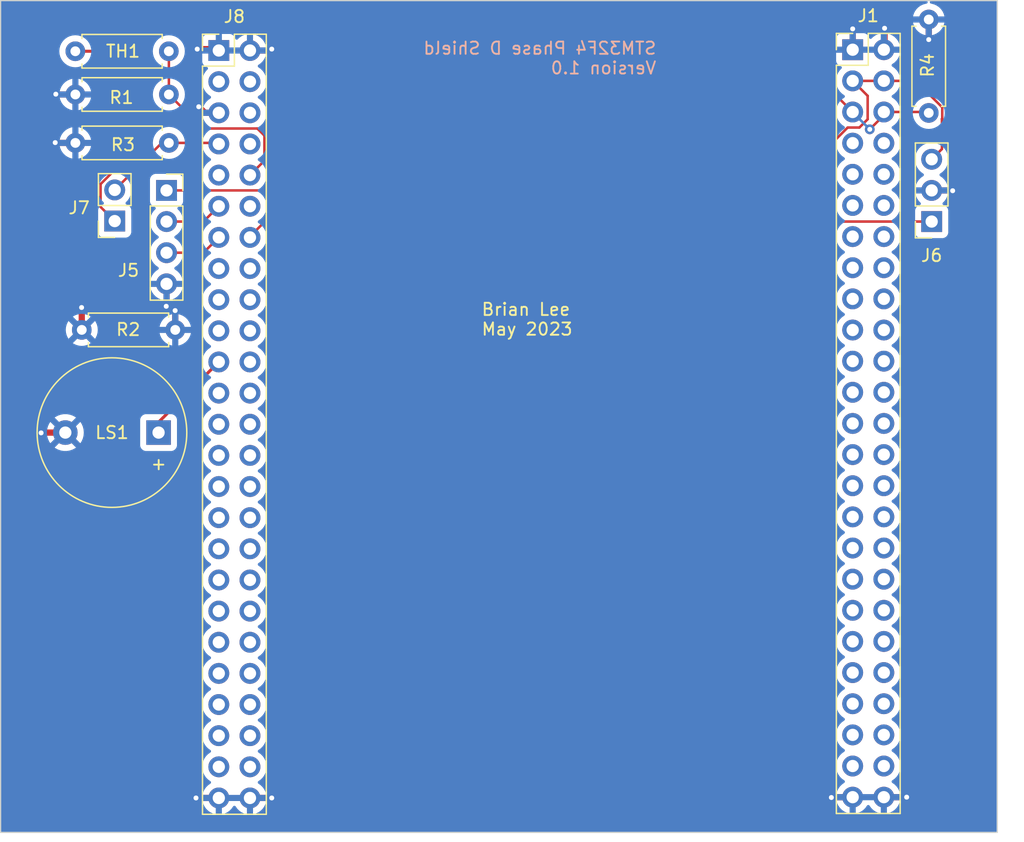
<source format=kicad_pcb>
(kicad_pcb (version 20221018) (generator pcbnew)
  (layers (0 "F.Cu" signal) (31 "B.Cu" signal) (34 "B.Paste" user) (35 "F.Paste" user) (36 "B.SilkS" user "B.Silkscreen") (37 "F.SilkS" user "F.Silkscreen") (38 "B.Mask" user) (39 "F.Mask" user) (44 "Edge.Cuts" user))
  (net 0 "")
  (net 1 "GND")
  (net 2 "P_Sen")
  (net 3 "Echo")
  (net 4 "Trig")
  (net 7 "Buzz")
  (net 22 "+5V")
  (net 23 "+3.3V")
  (net 24 "IR")
  (net 25 "Therm")
  (net 63 "unconnected-(J8-Pin_19-Pad19)")
  (footprint "Connector_PinSocket_2.54mm:PinSocket_1x03_P2.54mm_Vertical" (layer "F.Cu") (at 199.44 81.04 180)
    (fp_text reference "J6" (at 0 -2.77) (layer "F.SilkS"))
    (fp_text value "Conn_01x03_Socket")
    (fp_line (start -1.33 1.27) (end -1.33 6.41) (stroke (width 0.12)) (layer "F.SilkS"))
    (fp_line (start -1.33 1.27) (end 1.33 1.27) (stroke (width 0.12)) (layer "F.SilkS"))
    (fp_line (start -1.33 6.41) (end 1.33 6.41) (stroke (width 0.12)) (layer "F.SilkS"))
    (fp_line (start 0 -1.33) (end 1.33 -1.33) (stroke (width 0.12)) (layer "F.SilkS"))
    (fp_line (start 1.33 -1.33) (end 1.33 0) (stroke (width 0.12)) (layer "F.SilkS"))
    (fp_line (start 1.33 1.27) (end 1.33 6.41) (stroke (width 0.12)) (layer "F.SilkS"))
    (pad "1" thru_hole rect (at 0 0 180) (size 1.7 1.7) (drill 1) (layers "*.Cu" "*.Mask") (net 24 "IR"))
    (pad "2" thru_hole oval (at 0 2.54 180) (size 1.7 1.7) (drill 1) (layers "*.Cu" "*.Mask") (net 1 "GND"))
    (pad "3" thru_hole oval (at 0 5.08 180) (size 1.7 1.7) (drill 1) (layers "*.Cu" "*.Mask") (net 22 "+5V"))
  )
  (footprint "Resistor_THT:R_Axial_DIN0207_L6.3mm_D2.5mm_P7.62mm_Horizontal" (layer "F.Cu") (at 199.2 72.18 90)
    (fp_text reference "R4" (at 3.88 -0.1 90) (layer "F.SilkS"))
    (fp_text value "330")
    (fp_line (start 0.54 -1.37) (end 7.08 -1.37) (stroke (width 0.12)) (layer "F.SilkS"))
    (fp_line (start 0.54 -1.04) (end 0.54 -1.37) (stroke (width 0.12)) (layer "F.SilkS"))
    (fp_line (start 0.54 1.04) (end 0.54 1.37) (stroke (width 0.12)) (layer "F.SilkS"))
    (fp_line (start 0.54 1.37) (end 7.08 1.37) (stroke (width 0.12)) (layer "F.SilkS"))
    (fp_line (start 7.08 -1.37) (end 7.08 -1.04) (stroke (width 0.12)) (layer "F.SilkS"))
    (fp_line (start 7.08 1.37) (end 7.08 1.04) (stroke (width 0.12)) (layer "F.SilkS"))
    (pad "1" thru_hole circle (at 0 0 90) (size 1.6 1.6) (drill 0.8) (layers "*.Cu" "*.Mask") (net 23 "+3.3V"))
    (pad "2" thru_hole oval (at 7.62 0 90) (size 1.6 1.6) (drill 0.8) (layers "*.Cu" "*.Mask") (net 1 "GND"))
  )
  (footprint "Resistor_THT:R_Axial_DIN0207_L6.3mm_D2.5mm_P7.62mm_Horizontal" (layer "F.Cu") (at 129.64 67.15)
    (fp_text reference "TH1" (at 3.885 0) (layer "F.SilkS"))
    (fp_text value "Thermistor")
    (fp_line (start 0.54 -1.37) (end 7.08 -1.37) (stroke (width 0.12)) (layer "F.SilkS"))
    (fp_line (start 0.54 -1.04) (end 0.54 -1.37) (stroke (width 0.12)) (layer "F.SilkS"))
    (fp_line (start 0.54 1.04) (end 0.54 1.37) (stroke (width 0.12)) (layer "F.SilkS"))
    (fp_line (start 0.54 1.37) (end 7.08 1.37) (stroke (width 0.12)) (layer "F.SilkS"))
    (fp_line (start 7.08 -1.37) (end 7.08 -1.04) (stroke (width 0.12)) (layer "F.SilkS"))
    (fp_line (start 7.08 1.37) (end 7.08 1.04) (stroke (width 0.12)) (layer "F.SilkS"))
    (pad "1" thru_hole circle (at 0 0) (size 1.6 1.6) (drill 0.8) (layers "*.Cu" "*.Mask") (net 23 "+3.3V"))
    (pad "2" thru_hole oval (at 7.62 0) (size 1.6 1.6) (drill 0.8) (layers "*.Cu" "*.Mask") (net 25 "Therm"))
  )
  (footprint "Resistor_THT:R_Axial_DIN0207_L6.3mm_D2.5mm_P7.62mm_Horizontal" (layer "F.Cu") (at 130.165 89.875)
    (fp_text reference "R2" (at 3.785 -0.025) (layer "F.SilkS"))
    (fp_text value "10k")
    (fp_line (start 0.54 -1.37) (end 7.08 -1.37) (stroke (width 0.12)) (layer "F.SilkS"))
    (fp_line (start 0.54 -1.04) (end 0.54 -1.37) (stroke (width 0.12)) (layer "F.SilkS"))
    (fp_line (start 0.54 1.04) (end 0.54 1.37) (stroke (width 0.12)) (layer "F.SilkS"))
    (fp_line (start 0.54 1.37) (end 7.08 1.37) (stroke (width 0.12)) (layer "F.SilkS"))
    (fp_line (start 7.08 -1.37) (end 7.08 -1.04) (stroke (width 0.12)) (layer "F.SilkS"))
    (fp_line (start 7.08 1.37) (end 7.08 1.04) (stroke (width 0.12)) (layer "F.SilkS"))
    (pad "1" thru_hole circle (at 0 0) (size 1.6 1.6) (drill 0.8) (layers "*.Cu" "*.Mask") (net 1 "GND"))
    (pad "2" thru_hole oval (at 7.62 0) (size 1.6 1.6) (drill 0.8) (layers "*.Cu" "*.Mask") (net 1 "GND"))
  )
  (footprint "Connector_PinSocket_2.54mm:PinSocket_1x02_P2.54mm_Vertical" (layer "F.Cu") (at 132.85 81 180)
    (fp_text reference "J7" (at 2.9 1.075) (layer "F.SilkS"))
    (fp_text value "Conn_01x02_Socket")
    (fp_line (start -1.33 1.27) (end -1.33 3.87) (stroke (width 0.12)) (layer "F.SilkS"))
    (fp_line (start -1.33 1.27) (end 1.33 1.27) (stroke (width 0.12)) (layer "F.SilkS"))
    (fp_line (start -1.33 3.87) (end 1.33 3.87) (stroke (width 0.12)) (layer "F.SilkS"))
    (fp_line (start 0 -1.33) (end 1.33 -1.33) (stroke (width 0.12)) (layer "F.SilkS"))
    (fp_line (start 1.33 -1.33) (end 1.33 0) (stroke (width 0.12)) (layer "F.SilkS"))
    (fp_line (start 1.33 1.27) (end 1.33 3.87) (stroke (width 0.12)) (layer "F.SilkS"))
    (pad "1" thru_hole rect (at 0 0 180) (size 1.7 1.7) (drill 1) (layers "*.Cu" "*.Mask") (net 23 "+3.3V"))
    (pad "2" thru_hole oval (at 0 2.54 180) (size 1.7 1.7) (drill 1) (layers "*.Cu" "*.Mask") (net 2 "P_Sen"))
  )
  (footprint "Resistor_THT:R_Axial_DIN0207_L6.3mm_D2.5mm_P7.62mm_Horizontal" (layer "F.Cu") (at 137.265 74.625 180)
    (fp_text reference "R3" (at 3.74 -0.15 180) (layer "F.SilkS"))
    (fp_text value "10k")
    (fp_line (start 0.54 -1.37) (end 7.08 -1.37) (stroke (width 0.12)) (layer "F.SilkS"))
    (fp_line (start 0.54 -1.04) (end 0.54 -1.37) (stroke (width 0.12)) (layer "F.SilkS"))
    (fp_line (start 0.54 1.04) (end 0.54 1.37) (stroke (width 0.12)) (layer "F.SilkS"))
    (fp_line (start 0.54 1.37) (end 7.08 1.37) (stroke (width 0.12)) (layer "F.SilkS"))
    (fp_line (start 7.08 -1.37) (end 7.08 -1.04) (stroke (width 0.12)) (layer "F.SilkS"))
    (fp_line (start 7.08 1.37) (end 7.08 1.04) (stroke (width 0.12)) (layer "F.SilkS"))
    (pad "1" thru_hole circle (at 0 0 180) (size 1.6 1.6) (drill 0.8) (layers "*.Cu" "*.Mask") (net 2 "P_Sen"))
    (pad "2" thru_hole oval (at 7.62 0 180) (size 1.6 1.6) (drill 0.8) (layers "*.Cu" "*.Mask") (net 1 "GND"))
  )
  (footprint "Connector_PinSocket_2.54mm:PinSocket_2x25_P2.54mm_Vertical" (layer "F.Cu") (at 198.08 67.025)
    (fp_text reference "J1" (at -3.81 -2.77) (layer "F.SilkS"))
    (fp_text value "Conn_02x25_Odd_Even")
    (fp_line (start -6.41 -1.33) (end -6.41 0) (stroke (width 0.12)) (layer "F.SilkS"))
    (fp_line (start -6.41 1.27) (end -6.41 62.29) (stroke (width 0.12)) (layer "F.SilkS"))
    (fp_line (start -5.08 -1.33) (end -6.41 -1.33) (stroke (width 0.12)) (layer "F.SilkS"))
    (fp_line (start -3.81 -1.33) (end -3.81 1.27) (stroke (width 0.12)) (layer "F.SilkS"))
    (fp_line (start -3.81 1.27) (end -6.41 1.27) (stroke (width 0.12)) (layer "F.SilkS"))
    (fp_line (start -1.21 -1.33) (end -3.81 -1.33) (stroke (width 0.12)) (layer "F.SilkS"))
    (fp_line (start -1.21 -1.33) (end -1.21 62.29) (stroke (width 0.12)) (layer "F.SilkS"))
    (fp_line (start -1.21 62.29) (end -6.41 62.29) (stroke (width 0.12)) (layer "F.SilkS"))
    (pad "1" thru_hole rect (at -5.08 0) (size 1.7 1.7) (drill 1) (layers "*.Cu" "*.Mask") (net 1 "GND"))
    (pad "2" thru_hole oval (at -2.54 0) (size 1.7 1.7) (drill 1) (layers "*.Cu" "*.Mask") (net 1 "GND"))
    (pad "3" thru_hole oval (at -5.08 2.54) (size 1.7 1.7) (drill 1) (layers "*.Cu" "*.Mask") (net 22 "+5V"))
    (pad "4" thru_hole oval (at -2.54 2.54) (size 1.7 1.7) (drill 1) (layers "*.Cu" "*.Mask") (net 22 "+5V"))
    (pad "5" thru_hole oval (at -5.08 5.08) (size 1.7 1.7) (drill 1) (layers "*.Cu" "*.Mask") (net 23 "+3.3V"))
    (pad "6" thru_hole oval (at -2.54 5.08) (size 1.7 1.7) (drill 1) (layers "*.Cu" "*.Mask") (net 23 "+3.3V"))
    (pad "7" thru_hole oval (at -5.08 7.62) (size 1.7 1.7) (drill 1) (layers "*.Cu" "*.Mask"))
    (pad "8" thru_hole oval (at -2.54 7.62) (size 1.7 1.7) (drill 1) (layers "*.Cu" "*.Mask"))
    (pad "9" thru_hole oval (at -5.08 10.16) (size 1.7 1.7) (drill 1) (layers "*.Cu" "*.Mask"))
    (pad "10" thru_hole oval (at -2.54 10.16) (size 1.7 1.7) (drill 1) (layers "*.Cu" "*.Mask"))
    (pad "11" thru_hole oval (at -5.08 12.7) (size 1.7 1.7) (drill 1) (layers "*.Cu" "*.Mask"))
    (pad "12" thru_hole oval (at -2.54 12.7) (size 1.7 1.7) (drill 1) (layers "*.Cu" "*.Mask"))
    (pad "13" thru_hole oval (at -5.08 15.24) (size 1.7 1.7) (drill 1) (layers "*.Cu" "*.Mask"))
    (pad "14" thru_hole oval (at -2.54 15.24) (size 1.7 1.7) (drill 1) (layers "*.Cu" "*.Mask"))
    (pad "15" thru_hole oval (at -5.08 17.78) (size 1.7 1.7) (drill 1) (layers "*.Cu" "*.Mask"))
    (pad "16" thru_hole oval (at -2.54 17.78) (size 1.7 1.7) (drill 1) (layers "*.Cu" "*.Mask"))
    (pad "17" thru_hole oval (at -5.08 20.32) (size 1.7 1.7) (drill 1) (layers "*.Cu" "*.Mask"))
    (pad "18" thru_hole oval (at -2.54 20.32) (size 1.7 1.7) (drill 1) (layers "*.Cu" "*.Mask"))
    (pad "19" thru_hole oval (at -5.08 22.86) (size 1.7 1.7) (drill 1) (layers "*.Cu" "*.Mask"))
    (pad "20" thru_hole oval (at -2.54 22.86) (size 1.7 1.7) (drill 1) (layers "*.Cu" "*.Mask"))
    (pad "21" thru_hole oval (at -5.08 25.4) (size 1.7 1.7) (drill 1) (layers "*.Cu" "*.Mask"))
    (pad "22" thru_hole oval (at -2.54 25.4) (size 1.7 1.7) (drill 1) (layers "*.Cu" "*.Mask"))
    (pad "23" thru_hole oval (at -5.08 27.94) (size 1.7 1.7) (drill 1) (layers "*.Cu" "*.Mask"))
    (pad "24" thru_hole oval (at -2.54 27.94) (size 1.7 1.7) (drill 1) (layers "*.Cu" "*.Mask"))
    (pad "25" thru_hole oval (at -5.08 30.48) (size 1.7 1.7) (drill 1) (layers "*.Cu" "*.Mask"))
    (pad "26" thru_hole oval (at -2.54 30.48) (size 1.7 1.7) (drill 1) (layers "*.Cu" "*.Mask"))
    (pad "27" thru_hole oval (at -5.08 33.02) (size 1.7 1.7) (drill 1) (layers "*.Cu" "*.Mask"))
    (pad "28" thru_hole oval (at -2.54 33.02) (size 1.7 1.7) (drill 1) (layers "*.Cu" "*.Mask"))
    (pad "29" thru_hole oval (at -5.08 35.56) (size 1.7 1.7) (drill 1) (layers "*.Cu" "*.Mask"))
    (pad "30" thru_hole oval (at -2.54 35.56) (size 1.7 1.7) (drill 1) (layers "*.Cu" "*.Mask"))
    (pad "31" thru_hole oval (at -5.08 38.1) (size 1.7 1.7) (drill 1) (layers "*.Cu" "*.Mask"))
    (pad "32" thru_hole oval (at -2.54 38.1) (size 1.7 1.7) (drill 1) (layers "*.Cu" "*.Mask"))
    (pad "33" thru_hole oval (at -5.08 40.64) (size 1.7 1.7) (drill 1) (layers "*.Cu" "*.Mask"))
    (pad "34" thru_hole oval (at -2.54 40.64) (size 1.7 1.7) (drill 1) (layers "*.Cu" "*.Mask"))
    (pad "35" thru_hole oval (at -5.08 43.18) (size 1.7 1.7) (drill 1) (layers "*.Cu" "*.Mask"))
    (pad "36" thru_hole oval (at -2.54 43.18) (size 1.7 1.7) (drill 1) (layers "*.Cu" "*.Mask"))
    (pad "37" thru_hole oval (at -5.08 45.72) (size 1.7 1.7) (drill 1) (layers "*.Cu" "*.Mask"))
    (pad "38" thru_hole oval (at -2.54 45.72) (size 1.7 1.7) (drill 1) (layers "*.Cu" "*.Mask"))
    (pad "39" thru_hole oval (at -5.08 48.26) (size 1.7 1.7) (drill 1) (layers "*.Cu" "*.Mask"))
    (pad "40" thru_hole oval (at -2.54 48.26) (size 1.7 1.7) (drill 1) (layers "*.Cu" "*.Mask"))
    (pad "41" thru_hole oval (at -5.08 50.8) (size 1.7 1.7) (drill 1) (layers "*.Cu" "*.Mask"))
    (pad "42" thru_hole oval (at -2.54 50.8) (size 1.7 1.7) (drill 1) (layers "*.Cu" "*.Mask"))
    (pad "43" thru_hole oval (at -5.08 53.34) (size 1.7 1.7) (drill 1) (layers "*.Cu" "*.Mask"))
    (pad "44" thru_hole oval (at -2.54 53.34) (size 1.7 1.7) (drill 1) (layers "*.Cu" "*.Mask"))
    (pad "45" thru_hole oval (at -5.08 55.88) (size 1.7 1.7) (drill 1) (layers "*.Cu" "*.Mask"))
    (pad "46" thru_hole oval (at -2.54 55.88) (size 1.7 1.7) (drill 1) (layers "*.Cu" "*.Mask"))
    (pad "47" thru_hole oval (at -5.08 58.42) (size 1.7 1.7) (drill 1) (layers "*.Cu" "*.Mask"))
    (pad "48" thru_hole oval (at -2.54 58.42) (size 1.7 1.7) (drill 1) (layers "*.Cu" "*.Mask"))
    (pad "49" thru_hole oval (at -5.08 60.96) (size 1.7 1.7) (drill 1) (layers "*.Cu" "*.Mask") (net 1 "GND"))
    (pad "50" thru_hole oval (at -2.54 60.96) (size 1.7 1.7) (drill 1) (layers "*.Cu" "*.Mask") (net 1 "GND"))
  )
  (footprint "Resistor_THT:R_Axial_DIN0207_L6.3mm_D2.5mm_P7.62mm_Horizontal" (layer "F.Cu") (at 137.265 70.675 180)
    (fp_text reference "R1" (at 3.865 -0.25 180) (layer "F.SilkS"))
    (fp_text value "10k")
    (fp_line (start 0.54 -1.37) (end 7.08 -1.37) (stroke (width 0.12)) (layer "F.SilkS"))
    (fp_line (start 0.54 -1.04) (end 0.54 -1.37) (stroke (width 0.12)) (layer "F.SilkS"))
    (fp_line (start 0.54 1.04) (end 0.54 1.37) (stroke (width 0.12)) (layer "F.SilkS"))
    (fp_line (start 0.54 1.37) (end 7.08 1.37) (stroke (width 0.12)) (layer "F.SilkS"))
    (fp_line (start 7.08 -1.37) (end 7.08 -1.04) (stroke (width 0.12)) (layer "F.SilkS"))
    (fp_line (start 7.08 1.37) (end 7.08 1.04) (stroke (width 0.12)) (layer "F.SilkS"))
    (pad "1" thru_hole circle (at 0 0 180) (size 1.6 1.6) (drill 0.8) (layers "*.Cu" "*.Mask") (net 25 "Therm"))
    (pad "2" thru_hole oval (at 7.62 0 180) (size 1.6 1.6) (drill 0.8) (layers "*.Cu" "*.Mask") (net 1 "GND"))
  )
  (footprint "Connector_PinSocket_2.54mm:PinSocket_2x25_P2.54mm_Vertical" (layer "F.Cu") (at 146.415 67.09)
    (fp_text reference "J8" (at -3.81 -2.77) (layer "F.SilkS"))
    (fp_text value "Conn_02x25_Odd_Even")
    (fp_line (start -6.41 -1.33) (end -6.41 0) (stroke (width 0.12)) (layer "F.SilkS"))
    (fp_line (start -6.41 1.27) (end -6.41 62.29) (stroke (width 0.12)) (layer "F.SilkS"))
    (fp_line (start -5.08 -1.33) (end -6.41 -1.33) (stroke (width 0.12)) (layer "F.SilkS"))
    (fp_line (start -3.81 -1.33) (end -3.81 1.27) (stroke (width 0.12)) (layer "F.SilkS"))
    (fp_line (start -3.81 1.27) (end -6.41 1.27) (stroke (width 0.12)) (layer "F.SilkS"))
    (fp_line (start -1.21 -1.33) (end -3.81 -1.33) (stroke (width 0.12)) (layer "F.SilkS"))
    (fp_line (start -1.21 -1.33) (end -1.21 62.29) (stroke (width 0.12)) (layer "F.SilkS"))
    (fp_line (start -1.21 62.29) (end -6.41 62.29) (stroke (width 0.12)) (layer "F.SilkS"))
    (pad "1" thru_hole rect (at -5.08 0) (size 1.7 1.7) (drill 1) (layers "*.Cu" "*.Mask") (net 1 "GND"))
    (pad "2" thru_hole oval (at -2.54 0) (size 1.7 1.7) (drill 1) (layers "*.Cu" "*.Mask") (net 1 "GND"))
    (pad "3" thru_hole oval (at -5.08 2.54) (size 1.7 1.7) (drill 1) (layers "*.Cu" "*.Mask"))
    (pad "4" thru_hole oval (at -2.54 2.54) (size 1.7 1.7) (drill 1) (layers "*.Cu" "*.Mask"))
    (pad "5" thru_hole oval (at -5.08 5.08) (size 1.7 1.7) (drill 1) (layers "*.Cu" "*.Mask") (net 1 "GND"))
    (pad "6" thru_hole oval (at -2.54 5.08) (size 1.7 1.7) (drill 1) (layers "*.Cu" "*.Mask"))
    (pad "7" thru_hole oval (at -5.08 7.62) (size 1.7 1.7) (drill 1) (layers "*.Cu" "*.Mask") (net 2 "P_Sen"))
    (pad "8" thru_hole oval (at -2.54 7.62) (size 1.7 1.7) (drill 1) (layers "*.Cu" "*.Mask"))
    (pad "9" thru_hole oval (at -5.08 10.16) (size 1.7 1.7) (drill 1) (layers "*.Cu" "*.Mask"))
    (pad "10" thru_hole oval (at -2.54 10.16) (size 1.7 1.7) (drill 1) (layers "*.Cu" "*.Mask") (net 25 "Therm"))
    (pad "11" thru_hole oval (at -5.08 12.7) (size 1.7 1.7) (drill 1) (layers "*.Cu" "*.Mask") (net 3 "Echo"))
    (pad "12" thru_hole oval (at -2.54 12.7) (size 1.7 1.7) (drill 1) (layers "*.Cu" "*.Mask"))
    (pad "13" thru_hole oval (at -5.08 15.24) (size 1.7 1.7) (drill 1) (layers "*.Cu" "*.Mask") (net 4 "Trig"))
    (pad "14" thru_hole oval (at -2.54 15.24) (size 1.7 1.7) (drill 1) (layers "*.Cu" "*.Mask") (net 24 "IR"))
    (pad "15" thru_hole oval (at -5.08 17.78) (size 1.7 1.7) (drill 1) (layers "*.Cu" "*.Mask"))
    (pad "16" thru_hole oval (at -2.54 17.78) (size 1.7 1.7) (drill 1) (layers "*.Cu" "*.Mask"))
    (pad "17" thru_hole oval (at -5.08 20.32) (size 1.7 1.7) (drill 1) (layers "*.Cu" "*.Mask"))
    (pad "18" thru_hole oval (at -2.54 20.32) (size 1.7 1.7) (drill 1) (layers "*.Cu" "*.Mask"))
    (pad "19" thru_hole oval (at -5.08 22.86) (size 1.7 1.7) (drill 1) (layers "*.Cu" "*.Mask") (net 63 "unconnected-(J8-Pin_19-Pad19)"))
    (pad "20" thru_hole oval (at -2.54 22.86) (size 1.7 1.7) (drill 1) (layers "*.Cu" "*.Mask"))
    (pad "21" thru_hole oval (at -5.08 25.4) (size 1.7 1.7) (drill 1) (layers "*.Cu" "*.Mask") (net 7 "Buzz"))
    (pad "22" thru_hole oval (at -2.54 25.4) (size 1.7 1.7) (drill 1) (layers "*.Cu" "*.Mask"))
    (pad "23" thru_hole oval (at -5.08 27.94) (size 1.7 1.7) (drill 1) (layers "*.Cu" "*.Mask"))
    (pad "24" thru_hole oval (at -2.54 27.94) (size 1.7 1.7) (drill 1) (layers "*.Cu" "*.Mask"))
    (pad "25" thru_hole oval (at -5.08 30.48) (size 1.7 1.7) (drill 1) (layers "*.Cu" "*.Mask"))
    (pad "26" thru_hole oval (at -2.54 30.48) (size 1.7 1.7) (drill 1) (layers "*.Cu" "*.Mask"))
    (pad "27" thru_hole oval (at -5.08 33.02) (size 1.7 1.7) (drill 1) (layers "*.Cu" "*.Mask"))
    (pad "28" thru_hole oval (at -2.54 33.02) (size 1.7 1.7) (drill 1) (layers "*.Cu" "*.Mask"))
    (pad "29" thru_hole oval (at -5.08 35.56) (size 1.7 1.7) (drill 1) (layers "*.Cu" "*.Mask"))
    (pad "30" thru_hole oval (at -2.54 35.56) (size 1.7 1.7) (drill 1) (layers "*.Cu" "*.Mask"))
    (pad "31" thru_hole oval (at -5.08 38.1) (size 1.7 1.7) (drill 1) (layers "*.Cu" "*.Mask"))
    (pad "32" thru_hole oval (at -2.54 38.1) (size 1.7 1.7) (drill 1) (layers "*.Cu" "*.Mask"))
    (pad "33" thru_hole oval (at -5.08 40.64) (size 1.7 1.7) (drill 1) (layers "*.Cu" "*.Mask"))
    (pad "34" thru_hole oval (at -2.54 40.64) (size 1.7 1.7) (drill 1) (layers "*.Cu" "*.Mask"))
    (pad "35" thru_hole oval (at -5.08 43.18) (size 1.7 1.7) (drill 1) (layers "*.Cu" "*.Mask"))
    (pad "36" thru_hole oval (at -2.54 43.18) (size 1.7 1.7) (drill 1) (layers "*.Cu" "*.Mask"))
    (pad "37" thru_hole oval (at -5.08 45.72) (size 1.7 1.7) (drill 1) (layers "*.Cu" "*.Mask"))
    (pad "38" thru_hole oval (at -2.54 45.72) (size 1.7 1.7) (drill 1) (layers "*.Cu" "*.Mask"))
    (pad "39" thru_hole oval (at -5.08 48.26) (size 1.7 1.7) (drill 1) (layers "*.Cu" "*.Mask"))
    (pad "40" thru_hole oval (at -2.54 48.26) (size 1.7 1.7) (drill 1) (layers "*.Cu" "*.Mask"))
    (pad "41" thru_hole oval (at -5.08 50.8) (size 1.7 1.7) (drill 1) (layers "*.Cu" "*.Mask"))
    (pad "42" thru_hole oval (at -2.54 50.8) (size 1.7 1.7) (drill 1) (layers "*.Cu" "*.Mask"))
    (pad "43" thru_hole oval (at -5.08 53.34) (size 1.7 1.7) (drill 1) (layers "*.Cu" "*.Mask"))
    (pad "44" thru_hole oval (at -2.54 53.34) (size 1.7 1.7) (drill 1) (layers "*.Cu" "*.Mask"))
    (pad "45" thru_hole oval (at -5.08 55.88) (size 1.7 1.7) (drill 1) (layers "*.Cu" "*.Mask"))
    (pad "46" thru_hole oval (at -2.54 55.88) (size 1.7 1.7) (drill 1) (layers "*.Cu" "*.Mask"))
    (pad "47" thru_hole oval (at -5.08 58.42) (size 1.7 1.7) (drill 1) (layers "*.Cu" "*.Mask"))
    (pad "48" thru_hole oval (at -2.54 58.42) (size 1.7 1.7) (drill 1) (layers "*.Cu" "*.Mask"))
    (pad "49" thru_hole oval (at -5.08 60.96) (size 1.7 1.7) (drill 1) (layers "*.Cu" "*.Mask") (net 1 "GND"))
    (pad "50" thru_hole oval (at -2.54 60.96) (size 1.7 1.7) (drill 1) (layers "*.Cu" "*.Mask") (net 1 "GND"))
  )
  (footprint "Connector_PinSocket_2.54mm:PinSocket_1x04_P2.54mm_Vertical" (layer "F.Cu") (at 137.075 78.5)
    (fp_text reference "J5" (at -3.1 6.525) (layer "F.SilkS"))
    (fp_text value "Conn_01x04_Socket")
    (fp_line (start -1.33 1.27) (end -1.33 8.95) (stroke (width 0.12)) (layer "F.SilkS"))
    (fp_line (start -1.33 1.27) (end 1.33 1.27) (stroke (width 0.12)) (layer "F.SilkS"))
    (fp_line (start -1.33 8.95) (end 1.33 8.95) (stroke (width 0.12)) (layer "F.SilkS"))
    (fp_line (start 0 -1.33) (end 1.33 -1.33) (stroke (width 0.12)) (layer "F.SilkS"))
    (fp_line (start 1.33 -1.33) (end 1.33 0) (stroke (width 0.12)) (layer "F.SilkS"))
    (fp_line (start 1.33 1.27) (end 1.33 8.95) (stroke (width 0.12)) (layer "F.SilkS"))
    (pad "1" thru_hole rect (at 0 0) (size 1.7 1.7) (drill 1) (layers "*.Cu" "*.Mask") (net 22 "+5V"))
    (pad "2" thru_hole oval (at 0 2.54) (size 1.7 1.7) (drill 1) (layers "*.Cu" "*.Mask") (net 3 "Echo"))
    (pad "3" thru_hole oval (at 0 5.08) (size 1.7 1.7) (drill 1) (layers "*.Cu" "*.Mask") (net 4 "Trig"))
    (pad "4" thru_hole oval (at 0 7.62) (size 1.7 1.7) (drill 1) (layers "*.Cu" "*.Mask") (net 1 "GND"))
  )
  (footprint "Buzzer_Beeper:Buzzer_12x9.5RM7.6" (layer "F.Cu") (at 136.425 98.25 180)
    (fp_text reference "LS1" (at 3.8 0) (layer "F.SilkS"))
    (fp_text value "Speaker")
    (fp_text user "+" (at -0.01 -2.54) (layer "F.SilkS"))
    (fp_circle (center 3.8 0) (end 9.9 0) (stroke (width 0.12)) (fill none) (layer "F.SilkS"))
    (pad "1" thru_hole rect (at 0 0 180) (size 2 2) (drill 1) (layers "*.Cu" "*.Mask") (net 7 "Buzz"))
    (pad "2" thru_hole circle (at 7.6 0 180) (size 2 2) (drill 1) (layers "*.Cu" "*.Mask") (net 1 "GND"))
  )
  (gr_rect (start 123.55 63.02) (end 204.785 130.86) (stroke (width 0.1)) (fill none) (layer "Edge.Cuts"))
  (gr_text "STM32F4 Phase D Shield\nVersion 1.0" (at 177.075 69.1) (layer "B.SilkS") (effects (font (size 1 1)) (justify left bottom mirror)))
  (gr_text "Brian Lee\nMay 2023" (at 162.675 90.4) (layer "F.SilkS") (effects (font (size 1 1)) (justify left bottom)))
  (segment (start 201.125 78.5) (end 201.15 78.525) (width 0.508) (layer "F.Cu") (net 1))
  (segment (start 199.2 66.2) (end 199.2 64.56) (width 0.508) (layer "F.Cu") (net 1))
  (segment (start 139.7 71.675) (end 140.195 72.17) (width 0.508) (layer "F.Cu") (net 1))
  (segment (start 130.165 89.875) (end 130.165 88.065) (width 0.508) (layer "F.Cu") (net 1))
  (segment (start 137.075 87.925) (end 137.075 86.12) (width 0.508) (layer "F.Cu") (net 1))
  (segment (start 137.785 89.875) (end 137.785 88.31) (width 0.508) (layer "F.Cu") (net 1))
  (segment (start 195.6 66.965) (end 195.54 67.025) (width 0.508) (layer "F.Cu") (net 1))
  (segment (start 126.85 98.275) (end 126.875 98.25) (width 0.508) (layer "F.Cu") (net 1))
  (segment (start 137.05 87.95) (end 137.075 87.925) (width 0.508) (layer "F.Cu") (net 1))
  (segment (start 140.195 72.17) (end 141.335 72.17) (width 0.508) (layer "F.Cu") (net 1))
  (segment (start 193 65.325) (end 193 67.025) (width 0.508) (layer "F.Cu") (net 1))
  (segment (start 137.785 88.31) (end 137.775 88.3) (width 0.508) (layer "F.Cu") (net 1))
  (segment (start 128.075 70.675) (end 128.05 70.65) (width 0.508) (layer "F.Cu") (net 1))
  (segment (start 130.165 88.065) (end 130.15 88.05) (width 0.508) (layer "F.Cu") (net 1))
  (segment (start 129.645 74.625) (end 128.025 74.625) (width 0.508) (layer "F.Cu") (net 1))
  (segment (start 141.345 66.975) (end 141.36 66.99) (width 0.508) (layer "F.Cu") (net 1))
  (segment (start 139.575 66.975) (end 141.345 66.975) (width 0.508) (layer "F.Cu") (net 1))
  (segment (start 199.44 78.5) (end 201.125 78.5) (width 0.508) (layer "F.Cu") (net 1))
  (segment (start 143.875 67.09) (end 145.535 67.09) (width 0.508) (layer "F.Cu") (net 1))
  (segment (start 145.535 67.09) (end 145.65 66.975) (width 0.508) (layer "F.Cu") (net 1))
  (segment (start 145.65 128.05) (end 143.875 128.05) (width 0.508) (layer "F.Cu") (net 1))
  (segment (start 126.875 98.25) (end 128.825 98.25) (width 0.508) (layer "F.Cu") (net 1))
  (segment (start 139.475 128.05) (end 141.335 128.05) (width 0.508) (layer "F.Cu") (net 1))
  (segment (start 128.025 74.625) (end 128 74.6) (width 0.508) (layer "F.Cu") (net 1))
  (segment (start 195.6 65.275) (end 195.6 66.965) (width 0.508) (layer "F.Cu") (net 1))
  (segment (start 191.2625 128.0125) (end 191.29 127.985) (width 0.508) (layer "F.Cu") (net 1))
  (segment (start 191.29 127.985) (end 193 127.985) (width 0.508) (layer "F.Cu") (net 1))
  (segment (start 129.645 70.675) (end 128.075 70.675) (width 0.508) (layer "F.Cu") (net 1))
  (segment (start 197.4 127.985) (end 195.54 127.985) (width 0.508) (layer "F.Cu") (net 1))
  (via (at 139.475 128.05) (size 0.6) (drill 0.4) (layers "F.Cu" "B.Cu") (net 1))
  (via (at 195.6 65.275) (size 0.6) (drill 0.4) (layers "F.Cu" "B.Cu") (net 1))
  (via (at 199.2 66.2) (size 0.6) (drill 0.4) (layers "F.Cu" "B.Cu") (net 1))
  (via (at 197.4 127.985) (size 0.6) (drill 0.4) (layers "F.Cu" "B.Cu") (net 1))
  (via (at 128 74.6) (size 0.6) (drill 0.4) (layers "F.Cu" "B.Cu") (net 1))
  (via (at 126.85 98.275) (size 0.6) (drill 0.4) (layers "F.Cu" "B.Cu") (net 1))
  (via (at 137.05 87.95) (size 0.6) (drill 0.4) (layers "F.Cu" "B.Cu") (net 1))
  (via (at 201.15 78.525) (size 0.6) (drill 0.4) (layers "F.Cu" "B.Cu") (net 1))
  (via (at 139.575 66.975) (size 0.6) (drill 0.4) (layers "F.Cu" "B.Cu") (net 1))
  (via (at 137.775 88.3) (size 0.6) (drill 0.4) (layers "F.Cu" "B.Cu") (net 1))
  (via (at 128.05 70.65) (size 0.6) (drill 0.4) (layers "F.Cu" "B.Cu") (net 1))
  (via (at 130.15 88.05) (size 0.6) (drill 0.4) (layers "F.Cu" "B.Cu") (net 1))
  (via (at 145.65 66.975) (size 0.6) (drill 0.4) (layers "F.Cu" "B.Cu") (net 1))
  (via (at 139.7 71.675) (size 0.6) (drill 0.4) (layers "F.Cu" "B.Cu") (net 1))
  (via (at 145.65 128.05) (size 0.6) (drill 0.4) (layers "F.Cu" "B.Cu") (net 1))
  (via (at 193 65.325) (size 0.6) (drill 0.4) (layers "F.Cu" "B.Cu") (net 1))
  (via (at 191.2625 128.0125) (size 0.6) (drill 0.4) (layers "F.Cu" "B.Cu") (net 1))
  (segment (start 141.345 74.625) (end 141.36 74.61) (width 0.2032) (layer "F.Cu") (net 2))
  (segment (start 136.685 74.625) (end 137.265 74.625) (width 0.2032) (layer "F.Cu") (net 2))
  (segment (start 137.265 74.625) (end 141.345 74.625) (width 0.2032) (layer "F.Cu") (net 2))
  (segment (start 132.85 78.46) (end 136.685 74.625) (width 0.2032) (layer "F.Cu") (net 2))
  (segment (start 140.085 81.04) (end 141.335 79.79) (width 0.2032) (layer "F.Cu") (net 3))
  (segment (start 137.075 81.04) (end 140.085 81.04) (width 0.2032) (layer "F.Cu") (net 3))
  (segment (start 137.075 83.58) (end 140.085 83.58) (width 0.2032) (layer "F.Cu") (net 4))
  (segment (start 141.36 82.305) (end 141.36 82.23) (width 0.2032) (layer "F.Cu") (net 4))
  (segment (start 140.085 83.58) (end 141.36 82.305) (width 0.2032) (layer "F.Cu") (net 4))
  (segment (start 136.425 98.25) (end 136.425 97.4) (width 0.25) (layer "F.Cu") (net 7))
  (segment (start 136.425 97.4) (end 141.335 92.49) (width 0.25) (layer "F.Cu") (net 7))
  (segment (start 198.142898 69.565) (end 200.3016 71.723702) (width 0.2032) (layer "F.Cu") (net 22))
  (segment (start 193 69.565) (end 198.142898 69.565) (width 0.2032) (layer "F.Cu") (net 22))
  (segment (start 200.275 75.125) (end 199.44 75.96) (width 0.2032) (layer "F.Cu") (net 22))
  (segment (start 193.547009 73.3716) (end 194.2216 72.697009) (width 0.2032) (layer "F.Cu") (net 22))
  (segment (start 194.2216 72.697009) (end 194.2216 70.7866) (width 0.2032) (layer "F.Cu") (net 22))
  (segment (start 200.3016 72.636298) (end 200.275 72.662898) (width 0.2032) (layer "F.Cu") (net 22))
  (segment (start 192.592991 73.3716) (end 193.547009 73.3716) (width 0.2032) (layer "F.Cu") (net 22))
  (segment (start 187.464591 78.5) (end 192.592991 73.3716) (width 0.2032) (layer "F.Cu") (net 22))
  (segment (start 200.275 72.662898) (end 200.275 75.125) (width 0.2032) (layer "F.Cu") (net 22))
  (segment (start 200.3016 71.723702) (end 200.3016 72.636298) (width 0.2032) (layer "F.Cu") (net 22))
  (segment (start 194.2216 70.7866) (end 193 69.565) (width 0.2032) (layer "F.Cu") (net 22))
  (segment (start 137.075 78.5) (end 187.464591 78.5) (width 0.2032) (layer "F.Cu") (net 22))
  (segment (start 133.434999 76.246392) (end 131.6984 77.982991) (width 0.2032) (layer "F.Cu") (net 23))
  (segment (start 129.64 67.15) (end 132.66 67.15) (width 0.25) (layer "F.Cu") (net 23))
  (segment (start 131.6984 79.8484) (end 132.85 81) (width 0.2032) (layer "F.Cu") (net 23))
  (segment (start 199.2 72.18) (end 199.12 72.1) (width 0.2032) (layer "F.Cu") (net 23))
  (segment (start 133.434999 76.246392) (end 133.434999 67.924999) (width 0.2032) (layer "F.Cu") (net 23))
  (segment (start 195.54 72.370115) (end 194.392557 73.517558) (width 0.2032) (layer "F.Cu") (net 23))
  (segment (start 133.434999 67.924999) (end 132.66 67.15) (width 0.2032) (layer "F.Cu") (net 23))
  (segment (start 195.54 72.105) (end 195.54 72.370115) (width 0.2032) (layer "F.Cu") (net 23))
  (segment (start 195.545 72.1) (end 195.54 72.105) (width 0.2032) (layer "F.Cu") (net 23))
  (segment (start 131.6984 77.982991) (end 131.6984 79.8484) (width 0.2032) (layer "F.Cu") (net 23))
  (segment (start 199.12 72.1) (end 195.545 72.1) (width 0.2032) (layer "F.Cu") (net 23))
  (segment (start 193.07 72.175) (end 193.07 72.22) (width 0.2032) (layer "F.Cu") (net 23))
  (segment (start 132.66 67.15) (end 134.7866 65.0234) (width 0.25) (layer "F.Cu") (net 23))
  (segment (start 134.7866 65.0234) (end 185.9184 65.0234) (width 0.2032) (layer "F.Cu") (net 23))
  (segment (start 185.9184 65.0234) (end 193.07 72.175) (width 0.2032) (layer "F.Cu") (net 23))
  (via (at 194.392557 73.517558) (size 0.8) (drill 0.4) (layers "F.Cu" "B.Cu") (net 23))
  (segment (start 194.392557 73.517558) (end 193 72.125001) (width 0.2032) (layer "B.Cu") (net 23))
  (segment (start 193 72.125001) (end 193 72.105) (width 0.2032) (layer "B.Cu") (net 23))
  (segment (start 145.09 81.04) (end 143.9 82.23) (width 0.2032) (layer "F.Cu") (net 24))
  (segment (start 199.44 81.04) (end 145.09 81.04) (width 0.2032) (layer "F.Cu") (net 24))
  (segment (start 137.265 70.675) (end 140.04 73.45) (width 0.2032) (layer "F.Cu") (net 25))
  (segment (start 137.265 70.675) (end 137.265 67.155) (width 0.2032) (layer "F.Cu") (net 25))
  (segment (start 145.0516 74.0266) (end 145.0516 76.0734) (width 0.2032) (layer "F.Cu") (net 25))
  (segment (start 145.0516 76.0734) (end 143.875 77.25) (width 0.2032) (layer "F.Cu") (net 25))
  (segment (start 140.04 73.45) (end 144.475 73.45) (width 0.2032) (layer "F.Cu") (net 25))
  (segment (start 144.475 73.45) (end 145.0516 74.0266) (width 0.2032) (layer "F.Cu") (net 25))
  (segment (start 137.265 67.155) (end 137.26 67.15) (width 0.2032) (layer "F.Cu") (net 25))
  (segment (start 141.36 89.85) (end 141.36 89.925) (width 0.2032) (layer "F.Cu") (net 63))
  (zone (net 1) (net_name "GND") (layer "B.Cu") (connect_pads (clearance 0.5)) (min_thickness 0.25) (fill yes (thermal_gap 0.5) (thermal_bridge_width 0.5))
    (polygon (pts (xy 204.775 63.025) (xy 204.775 130.85) (xy 123.55 130.85) (xy 123.55 63.025)))
  )
)
</source>
